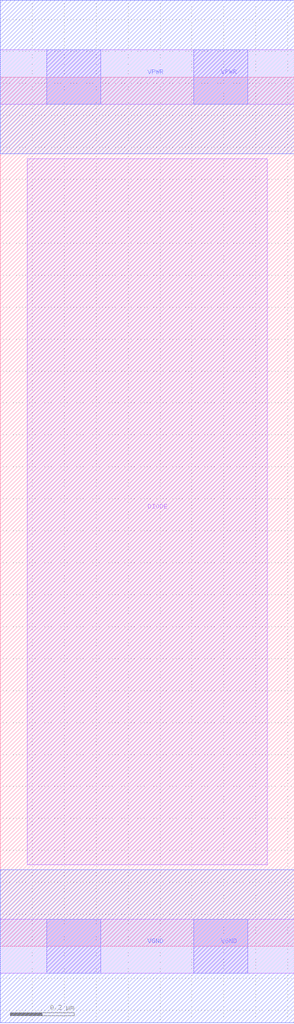
<source format=lef>
# Copyright 2020 The SkyWater PDK Authors
#
# Licensed under the Apache License, Version 2.0 (the "License");
# you may not use this file except in compliance with the License.
# You may obtain a copy of the License at
#
#     https://www.apache.org/licenses/LICENSE-2.0
#
# Unless required by applicable law or agreed to in writing, software
# distributed under the License is distributed on an "AS IS" BASIS,
# WITHOUT WARRANTIES OR CONDITIONS OF ANY KIND, either express or implied.
# See the License for the specific language governing permissions and
# limitations under the License.
#
# SPDX-License-Identifier: Apache-2.0

VERSION 5.7 ;
  NAMESCASESENSITIVE ON ;
  NOWIREEXTENSIONATPIN ON ;
  DIVIDERCHAR "/" ;
  BUSBITCHARS "[]" ;
UNITS
  DATABASE MICRONS 200 ;
END UNITS
MACRO sky130_fd_sc_hd__diode_2
  CLASS CORE ;
  SOURCE USER ;
  FOREIGN sky130_fd_sc_hd__diode_2 ;
  ORIGIN  0.000000  0.000000 ;
  SIZE  0.920000 BY  2.720000 ;
  SYMMETRY X Y R90 ;
  SITE unithd ;
  PIN DIODE
    ANTENNADIFFAREA  0.434700 ;
    DIRECTION INPUT ;
    USE SIGNAL ;
    PORT
      LAYER li1 ;
        RECT 0.085000 0.255000 0.835000 2.465000 ;
    END
  END DIODE
  PIN VGND
    DIRECTION INOUT ;
    SHAPE ABUTMENT ;
    USE GROUND ;
    PORT
      LAYER li1 ;
        RECT 0.000000 -0.085000 0.920000 0.085000 ;
      LAYER mcon ;
        RECT 0.145000 -0.085000 0.315000 0.085000 ;
        RECT 0.605000 -0.085000 0.775000 0.085000 ;
      LAYER met1 ;
        RECT 0.000000 -0.240000 0.920000 0.240000 ;
    END
  END VGND
  PIN VPWR
    DIRECTION INOUT ;
    SHAPE ABUTMENT ;
    USE POWER ;
    PORT
      LAYER li1 ;
        RECT 0.000000 2.635000 0.920000 2.805000 ;
      LAYER mcon ;
        RECT 0.145000 2.635000 0.315000 2.805000 ;
        RECT 0.605000 2.635000 0.775000 2.805000 ;
      LAYER met1 ;
        RECT 0.000000 2.480000 0.920000 2.960000 ;
    END
  END VPWR
END sky130_fd_sc_hd__diode_2

</source>
